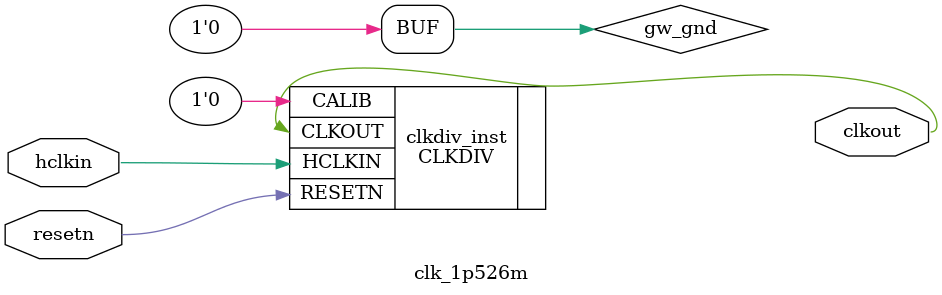
<source format=v>

module clk_1p526m (clkout, hclkin, resetn);

output clkout;
input hclkin;
input resetn;

wire gw_gnd;

assign gw_gnd = 1'b0;

CLKDIV clkdiv_inst (
    .CLKOUT(clkout),
    .HCLKIN(hclkin),
    .RESETN(resetn),
    .CALIB(gw_gnd)
);

defparam clkdiv_inst.DIV_MODE = "4";

endmodule //clk_1p526m

</source>
